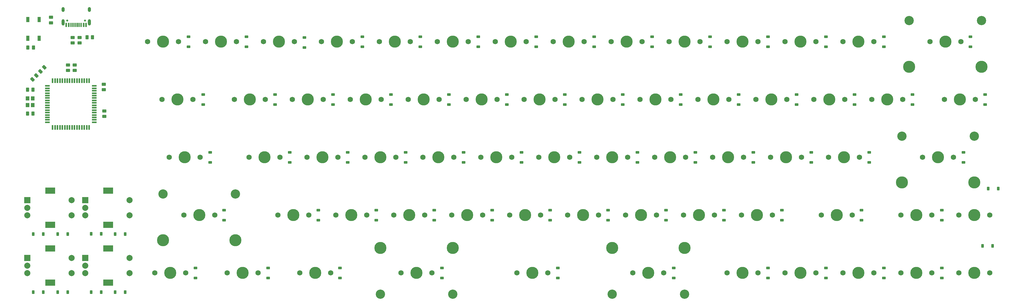
<source format=gbr>
%TF.GenerationSoftware,KiCad,Pcbnew,8.0.0*%
%TF.CreationDate,2024-11-20T19:58:16-08:00*%
%TF.ProjectId,Hampter1.3,48616d70-7465-4723-912e-332e6b696361,rev?*%
%TF.SameCoordinates,Original*%
%TF.FileFunction,Soldermask,Top*%
%TF.FilePolarity,Negative*%
%FSLAX46Y46*%
G04 Gerber Fmt 4.6, Leading zero omitted, Abs format (unit mm)*
G04 Created by KiCad (PCBNEW 8.0.0) date 2024-11-20 19:58:16*
%MOMM*%
%LPD*%
G01*
G04 APERTURE LIST*
G04 Aperture macros list*
%AMRoundRect*
0 Rectangle with rounded corners*
0 $1 Rounding radius*
0 $2 $3 $4 $5 $6 $7 $8 $9 X,Y pos of 4 corners*
0 Add a 4 corners polygon primitive as box body*
4,1,4,$2,$3,$4,$5,$6,$7,$8,$9,$2,$3,0*
0 Add four circle primitives for the rounded corners*
1,1,$1+$1,$2,$3*
1,1,$1+$1,$4,$5*
1,1,$1+$1,$6,$7*
1,1,$1+$1,$8,$9*
0 Add four rect primitives between the rounded corners*
20,1,$1+$1,$2,$3,$4,$5,0*
20,1,$1+$1,$4,$5,$6,$7,0*
20,1,$1+$1,$6,$7,$8,$9,0*
20,1,$1+$1,$8,$9,$2,$3,0*%
G04 Aperture macros list end*
%ADD10C,1.750000*%
%ADD11C,3.987800*%
%ADD12C,3.048000*%
%ADD13RoundRect,0.225000X0.225000X0.375000X-0.225000X0.375000X-0.225000X-0.375000X0.225000X-0.375000X0*%
%ADD14RoundRect,0.250000X-0.262500X-0.450000X0.262500X-0.450000X0.262500X0.450000X-0.262500X0.450000X0*%
%ADD15RoundRect,0.225000X0.375000X-0.225000X0.375000X0.225000X-0.375000X0.225000X-0.375000X-0.225000X0*%
%ADD16R,2.000000X2.000000*%
%ADD17C,2.000000*%
%ADD18R,3.200000X2.000000*%
%ADD19R,0.550000X1.500000*%
%ADD20R,1.500000X0.550000*%
%ADD21RoundRect,0.250000X0.450000X-0.262500X0.450000X0.262500X-0.450000X0.262500X-0.450000X-0.262500X0*%
%ADD22C,0.650000*%
%ADD23R,0.600000X1.450000*%
%ADD24R,0.300000X1.450000*%
%ADD25O,1.000000X2.100000*%
%ADD26O,1.000000X1.600000*%
%ADD27RoundRect,0.225000X-0.225000X-0.375000X0.225000X-0.375000X0.225000X0.375000X-0.225000X0.375000X0*%
%ADD28RoundRect,0.250000X-0.450000X0.262500X-0.450000X-0.262500X0.450000X-0.262500X0.450000X0.262500X0*%
%ADD29RoundRect,0.250000X0.262500X0.450000X-0.262500X0.450000X-0.262500X-0.450000X0.262500X-0.450000X0*%
%ADD30R,1.200000X1.400000*%
%ADD31RoundRect,0.250000X-0.132583X0.503814X-0.503814X0.132583X0.132583X-0.503814X0.503814X-0.132583X0*%
%ADD32R,1.100000X1.800000*%
G04 APERTURE END LIST*
D10*
%TO.C,SW3_7*%
X360351244Y-191773449D03*
D11*
X365431244Y-191773449D03*
D10*
X370511244Y-191773449D03*
%TD*%
D12*
%TO.C,S1*%
X208268744Y-184788449D03*
D11*
X208268744Y-200028449D03*
D12*
X232081244Y-184788449D03*
D11*
X232081244Y-200028449D03*
%TD*%
D13*
%TO.C,D72*%
X187936500Y-217170000D03*
X184636500Y-217170000D03*
%TD*%
D10*
%TO.C,SW2_1*%
X236523086Y-172722587D03*
D11*
X241603086Y-172722587D03*
D10*
X246683086Y-172722587D03*
%TD*%
%TO.C,SW0_10*%
X393700000Y-134620000D03*
D11*
X398780000Y-134620000D03*
D10*
X403860000Y-134620000D03*
%TD*%
D14*
%TO.C,C1*%
X163696544Y-158329897D03*
X165521544Y-158329897D03*
%TD*%
D15*
%TO.C,D18*%
X302260000Y-155320000D03*
X302260000Y-152020000D03*
%TD*%
D10*
%TO.C,SW3_3*%
X284151244Y-191773449D03*
D11*
X289231244Y-191773449D03*
D10*
X294311244Y-191773449D03*
%TD*%
D15*
%TO.C,D60*%
X376174000Y-212470000D03*
X376174000Y-209170000D03*
%TD*%
D10*
%TO.C,SW2_0*%
X210337400Y-172720000D03*
D11*
X215417400Y-172720000D03*
D10*
X220497400Y-172720000D03*
%TD*%
%TO.C,SW0_0*%
X203200000Y-134620000D03*
D11*
X208280000Y-134620000D03*
D10*
X213360000Y-134620000D03*
%TD*%
D13*
%TO.C,D68*%
X187937500Y-197983680D03*
X184637500Y-197983680D03*
%TD*%
D10*
%TO.C,SW1_3*%
X269862471Y-153670000D03*
D11*
X274942471Y-153670000D03*
D10*
X280022471Y-153670000D03*
%TD*%
D16*
%TO.C,SW2*%
X163692000Y-186857000D03*
D17*
X163692000Y-191857000D03*
X163692000Y-189357000D03*
D18*
X171192000Y-183757000D03*
X171192000Y-194957000D03*
D17*
X178192000Y-191857000D03*
X178192000Y-186857000D03*
%TD*%
D15*
%TO.C,D10*%
X388112000Y-136270000D03*
X388112000Y-132970000D03*
%TD*%
%TO.C,D21*%
X359410000Y-155320000D03*
X359410000Y-152020000D03*
%TD*%
D10*
%TO.C,SW2_5*%
X312723086Y-172722587D03*
D11*
X317803086Y-172722587D03*
D10*
X322883086Y-172722587D03*
%TD*%
D15*
%TO.C,D36*%
X364236000Y-174370000D03*
X364236000Y-171070000D03*
%TD*%
%TO.C,D34*%
X326136000Y-174370000D03*
X326136000Y-171070000D03*
%TD*%
D10*
%TO.C,SW2_6*%
X331773086Y-172722587D03*
D11*
X336853086Y-172722587D03*
D10*
X341933086Y-172722587D03*
%TD*%
%TO.C,SW0_9*%
X374650000Y-134620000D03*
D11*
X379730000Y-134620000D03*
D10*
X384810000Y-134620000D03*
%TD*%
%TO.C,SW2_9*%
X388923086Y-172722587D03*
D11*
X394003086Y-172722587D03*
D10*
X399083086Y-172722587D03*
%TD*%
D15*
%TO.C,D42*%
X228346000Y-193420000D03*
X228346000Y-190120000D03*
%TD*%
D10*
%TO.C,SW1_4*%
X288912471Y-153670000D03*
D11*
X293992471Y-153670000D03*
D10*
X299072471Y-153670000D03*
%TD*%
D19*
%TO.C,U1*%
X183976248Y-147488000D03*
X183176248Y-147488000D03*
X182376248Y-147488000D03*
X181576248Y-147488000D03*
X180776248Y-147488000D03*
X179976248Y-147488000D03*
X179176248Y-147488000D03*
X178376248Y-147488000D03*
X177576248Y-147488000D03*
X176776248Y-147488000D03*
X175976248Y-147488000D03*
X175176248Y-147488000D03*
X174376248Y-147488000D03*
X173576248Y-147488000D03*
X172776248Y-147488000D03*
X171976248Y-147488000D03*
D20*
X170276248Y-149188000D03*
X170276248Y-149988000D03*
X170276248Y-150788000D03*
X170276248Y-151588000D03*
X170276248Y-152388000D03*
X170276248Y-153188000D03*
X170276248Y-153988000D03*
X170276248Y-154788000D03*
X170276248Y-155588000D03*
X170276248Y-156388000D03*
X170276248Y-157188000D03*
X170276248Y-157988000D03*
X170276248Y-158788000D03*
X170276248Y-159588000D03*
X170276248Y-160388000D03*
X170276248Y-161188000D03*
D19*
X171976248Y-162888000D03*
X172776248Y-162888000D03*
X173576248Y-162888000D03*
X174376248Y-162888000D03*
X175176248Y-162888000D03*
X175976248Y-162888000D03*
X176776248Y-162888000D03*
X177576248Y-162888000D03*
X178376248Y-162888000D03*
X179176248Y-162888000D03*
X179976248Y-162888000D03*
X180776248Y-162888000D03*
X181576248Y-162888000D03*
X182376248Y-162888000D03*
X183176248Y-162888000D03*
X183976248Y-162888000D03*
D20*
X185676248Y-161188000D03*
X185676248Y-160388000D03*
X185676248Y-159588000D03*
X185676248Y-158788000D03*
X185676248Y-157988000D03*
X185676248Y-157188000D03*
X185676248Y-156388000D03*
X185676248Y-155588000D03*
X185676248Y-154788000D03*
X185676248Y-153988000D03*
X185676248Y-153188000D03*
X185676248Y-152388000D03*
X185676248Y-151588000D03*
X185676248Y-150788000D03*
X185676248Y-149988000D03*
X185676248Y-149188000D03*
%TD*%
D10*
%TO.C,SW1_9*%
X384162471Y-153670000D03*
D11*
X389242471Y-153670000D03*
D10*
X394322471Y-153670000D03*
%TD*%
%TO.C,SW3_2*%
X265101244Y-191773449D03*
D11*
X270181244Y-191773449D03*
D10*
X275261244Y-191773449D03*
%TD*%
%TO.C,SW0_4*%
X279400000Y-134620000D03*
D11*
X284480000Y-134620000D03*
D10*
X289560000Y-134620000D03*
%TD*%
%TO.C,SW4_7*%
X412750000Y-210825898D03*
D11*
X417830000Y-210825898D03*
D10*
X422910000Y-210825898D03*
%TD*%
D21*
%TO.C,C3*%
X179215453Y-144128830D03*
X179215453Y-142303830D03*
%TD*%
D15*
%TO.C,D35*%
X345186000Y-174370000D03*
X345186000Y-171070000D03*
%TD*%
D16*
%TO.C,SW5*%
X182742000Y-205907000D03*
D17*
X182742000Y-210907000D03*
X182742000Y-208407000D03*
D18*
X190242000Y-202807000D03*
X190242000Y-214007000D03*
D17*
X197242000Y-210907000D03*
X197242000Y-205907000D03*
%TD*%
D16*
%TO.C,SW3*%
X182742000Y-186857000D03*
D17*
X182742000Y-191857000D03*
X182742000Y-189357000D03*
D18*
X190242000Y-183757000D03*
X190242000Y-194957000D03*
D17*
X197242000Y-191857000D03*
X197242000Y-186857000D03*
%TD*%
D10*
%TO.C,SW2_2*%
X255573086Y-172722587D03*
D11*
X260653086Y-172722587D03*
D10*
X265733086Y-172722587D03*
%TD*%
%TO.C,SW1_8*%
X365112471Y-153670000D03*
D11*
X370192471Y-153670000D03*
D10*
X375272471Y-153670000D03*
%TD*%
D15*
%TO.C,D46*%
X316484000Y-193420000D03*
X316484000Y-190120000D03*
%TD*%
D21*
%TO.C,R3*%
X171450000Y-128420500D03*
X171450000Y-126595500D03*
%TD*%
D10*
%TO.C,SW0_1*%
X222250000Y-134620000D03*
D11*
X227330000Y-134620000D03*
D10*
X232410000Y-134620000D03*
%TD*%
D15*
%TO.C,D6*%
X311912000Y-136270000D03*
X311912000Y-132970000D03*
%TD*%
D10*
%TO.C,SW4_3*%
X286538311Y-210822449D03*
D11*
X291618311Y-210822449D03*
D10*
X296698311Y-210822449D03*
%TD*%
D22*
%TO.C,J1*%
X182595000Y-127695000D03*
X176815000Y-127695000D03*
D23*
X182955000Y-129140000D03*
X182155000Y-129140000D03*
D24*
X180955000Y-129140000D03*
X179955000Y-129140000D03*
X179455000Y-129140000D03*
X178455000Y-129140000D03*
D23*
X177255000Y-129140000D03*
X176455000Y-129140000D03*
X176455000Y-129140000D03*
X177255000Y-129140000D03*
D24*
X177955000Y-129140000D03*
X178955000Y-129140000D03*
X180455000Y-129140000D03*
X181455000Y-129140000D03*
D23*
X182155000Y-129140000D03*
X182955000Y-129140000D03*
D25*
X184025000Y-128225000D03*
D26*
X184025000Y-124045000D03*
D25*
X175385000Y-128225000D03*
D26*
X175385000Y-124045000D03*
%TD*%
D10*
%TO.C,SW1_5*%
X307962471Y-153670000D03*
D11*
X313042471Y-153670000D03*
D10*
X318122471Y-153670000D03*
%TD*%
D15*
%TO.C,D9*%
X369062000Y-136270000D03*
X369062000Y-132970000D03*
%TD*%
%TO.C,D52*%
X437896000Y-193420000D03*
X437896000Y-190120000D03*
%TD*%
%TO.C,D58*%
X299974000Y-212470000D03*
X299974000Y-209170000D03*
%TD*%
%TO.C,D1*%
X216662000Y-136270000D03*
X216662000Y-132970000D03*
%TD*%
%TO.C,D24*%
X416560000Y-155320000D03*
X416560000Y-152020000D03*
%TD*%
D10*
%TO.C,SW2_8*%
X369873086Y-172722587D03*
D11*
X374953086Y-172722587D03*
D10*
X380033086Y-172722587D03*
%TD*%
%TO.C,SW2_11*%
X427023086Y-172722587D03*
D11*
X432103086Y-172722587D03*
D10*
X437183086Y-172722587D03*
%TD*%
D15*
%TO.C,D19*%
X321310000Y-155320000D03*
X321310000Y-152020000D03*
%TD*%
%TO.C,D11*%
X407162000Y-136270000D03*
X407162000Y-132970000D03*
%TD*%
D10*
%TO.C,SW0_6*%
X317500000Y-134620000D03*
D11*
X322580000Y-134620000D03*
D10*
X327660000Y-134620000D03*
%TD*%
D13*
%TO.C,D70*%
X168887500Y-217170000D03*
X165587500Y-217170000D03*
%TD*%
D12*
%TO.C,S2*%
X451159436Y-165737587D03*
D11*
X451159436Y-180977587D03*
D12*
X474971936Y-165737587D03*
D11*
X474971936Y-180977587D03*
%TD*%
D10*
%TO.C,SW2_7*%
X350823086Y-172722587D03*
D11*
X355903086Y-172722587D03*
D10*
X360983086Y-172722587D03*
%TD*%
D15*
%TO.C,D4*%
X273812000Y-136270000D03*
X273812000Y-132970000D03*
%TD*%
%TO.C,D53*%
X464312000Y-193420000D03*
X464312000Y-190120000D03*
%TD*%
D10*
%TO.C,SW3_5*%
X322251244Y-191773449D03*
D11*
X327331244Y-191773449D03*
D10*
X332411244Y-191773449D03*
%TD*%
D15*
%TO.C,D43*%
X259334000Y-193420000D03*
X259334000Y-190120000D03*
%TD*%
%TO.C,D62*%
X426212000Y-212470000D03*
X426212000Y-209170000D03*
%TD*%
D10*
%TO.C,SW3_6*%
X341301244Y-191773449D03*
D11*
X346381244Y-191773449D03*
D10*
X351461244Y-191773449D03*
%TD*%
%TO.C,SW0_12*%
X431800000Y-134620000D03*
D11*
X436880000Y-134620000D03*
D10*
X441960000Y-134620000D03*
%TD*%
D15*
%TO.C,D27*%
X478536000Y-155320000D03*
X478536000Y-152020000D03*
%TD*%
D27*
%TO.C,D71*%
X173610000Y-217170000D03*
X176910000Y-217170000D03*
%TD*%
D15*
%TO.C,D22*%
X378460000Y-155320000D03*
X378460000Y-152020000D03*
%TD*%
D28*
%TO.C,R5*%
X180848000Y-133251500D03*
X180848000Y-135076500D03*
%TD*%
D10*
%TO.C,SW3_4*%
X303201244Y-191773449D03*
D11*
X308281244Y-191773449D03*
D10*
X313361244Y-191773449D03*
%TD*%
%TO.C,SW4_10*%
X469900000Y-210825898D03*
D11*
X474980000Y-210825898D03*
D10*
X480060000Y-210825898D03*
%TD*%
D15*
%TO.C,D57*%
X266446000Y-212470000D03*
X266446000Y-209170000D03*
%TD*%
D10*
%TO.C,SW2_3*%
X274623086Y-172722587D03*
D11*
X279703086Y-172722587D03*
D10*
X284783086Y-172722587D03*
%TD*%
D29*
%TO.C,R1*%
X165655001Y-136554000D03*
X163830001Y-136554000D03*
%TD*%
D15*
%TO.C,D2*%
X235712000Y-136270000D03*
X235712000Y-132970000D03*
%TD*%
D10*
%TO.C,SW1_10*%
X403212471Y-153670000D03*
D11*
X408292471Y-153670000D03*
D10*
X413372471Y-153670000D03*
%TD*%
%TO.C,SW1_11*%
X422262471Y-153670000D03*
D11*
X427342471Y-153670000D03*
D10*
X432422471Y-153670000D03*
%TD*%
%TO.C,SW3_11*%
X450850000Y-191770000D03*
D11*
X455930000Y-191770000D03*
D10*
X461010000Y-191770000D03*
%TD*%
D15*
%TO.C,D28*%
X473710000Y-136270000D03*
X473710000Y-132970000D03*
%TD*%
D13*
%TO.C,D65*%
X480948000Y-201930000D03*
X477648000Y-201930000D03*
%TD*%
D11*
%TO.C,S4*%
X379724562Y-202567449D03*
D12*
X379724561Y-217807449D03*
X355912061Y-217807449D03*
D11*
X355912060Y-202567449D03*
%TD*%
D30*
%TO.C,Y1*%
X165459044Y-155535897D03*
X165459044Y-153335897D03*
X163759044Y-153335897D03*
X163759044Y-155535897D03*
%TD*%
D15*
%TO.C,D38*%
X402336000Y-174370000D03*
X402336000Y-171070000D03*
%TD*%
D10*
%TO.C,SW4_5*%
X362738311Y-210822449D03*
D11*
X367818311Y-210822449D03*
D10*
X372898311Y-210822449D03*
%TD*%
D15*
%TO.C,D49*%
X373634000Y-193420000D03*
X373634000Y-190120000D03*
%TD*%
%TO.C,D20*%
X340360000Y-155320000D03*
X340360000Y-152020000D03*
%TD*%
D14*
%TO.C,R2*%
X183284000Y-133177000D03*
X185109000Y-133177000D03*
%TD*%
D15*
%TO.C,D45*%
X297434000Y-193420000D03*
X297434000Y-190120000D03*
%TD*%
%TO.C,D29*%
X223774000Y-174370000D03*
X223774000Y-171070000D03*
%TD*%
D10*
%TO.C,SW0_7*%
X336550000Y-134620000D03*
D11*
X341630000Y-134620000D03*
D10*
X346710000Y-134620000D03*
%TD*%
%TO.C,SW4_9*%
X450850000Y-210825898D03*
D11*
X455930000Y-210825898D03*
D10*
X461010000Y-210825898D03*
%TD*%
%TO.C,SW3_10*%
X424640055Y-191775173D03*
D11*
X429720055Y-191775173D03*
D10*
X434800055Y-191775173D03*
%TD*%
D15*
%TO.C,D51*%
X411734000Y-193420000D03*
X411734000Y-190120000D03*
%TD*%
D10*
%TO.C,SW3_1*%
X246051244Y-191773449D03*
D11*
X251131244Y-191773449D03*
D10*
X256211244Y-191773449D03*
%TD*%
D16*
%TO.C,SW4*%
X163692000Y-205907000D03*
D17*
X163692000Y-210907000D03*
X163692000Y-208407000D03*
D18*
X171192000Y-202807000D03*
X171192000Y-214007000D03*
D17*
X178192000Y-210907000D03*
X178192000Y-205907000D03*
%TD*%
D15*
%TO.C,D40*%
X440436000Y-174370000D03*
X440436000Y-171070000D03*
%TD*%
%TO.C,D55*%
X218948000Y-212470000D03*
X218948000Y-209170000D03*
%TD*%
%TO.C,D39*%
X421386000Y-174370000D03*
X421386000Y-171070000D03*
%TD*%
%TO.C,D44*%
X278384000Y-193420000D03*
X278384000Y-190120000D03*
%TD*%
%TO.C,D14*%
X221488000Y-155320000D03*
X221488000Y-152020000D03*
%TD*%
D10*
%TO.C,SW3_8*%
X379401244Y-191773449D03*
D11*
X384481244Y-191773449D03*
D10*
X389561244Y-191773449D03*
%TD*%
D15*
%TO.C,D47*%
X335534000Y-193420000D03*
X335534000Y-190120000D03*
%TD*%
D10*
%TO.C,SW0_11*%
X412750000Y-134620000D03*
D11*
X417830000Y-134620000D03*
D10*
X422910000Y-134620000D03*
%TD*%
D15*
%TO.C,D16*%
X264160000Y-155320000D03*
X264160000Y-152020000D03*
%TD*%
%TO.C,D33*%
X307086000Y-174370000D03*
X307086000Y-171070000D03*
%TD*%
D13*
%TO.C,D54*%
X482837090Y-183007000D03*
X479537090Y-183007000D03*
%TD*%
D15*
%TO.C,D17*%
X283210000Y-155320000D03*
X283210000Y-152020000D03*
%TD*%
%TO.C,D64*%
X464312000Y-212470000D03*
X464312000Y-209170000D03*
%TD*%
D10*
%TO.C,SW1_1*%
X231762471Y-153670000D03*
D11*
X236842471Y-153670000D03*
D10*
X241922471Y-153670000D03*
%TD*%
D31*
%TO.C,R6*%
X169256024Y-143103627D03*
X167965554Y-144394097D03*
%TD*%
D15*
%TO.C,D50*%
X392684000Y-193420000D03*
X392684000Y-190120000D03*
%TD*%
D27*
%TO.C,D73*%
X192534000Y-217170000D03*
X195834000Y-217170000D03*
%TD*%
D28*
%TO.C,C6*%
X188816365Y-148659054D03*
X188816365Y-150484054D03*
%TD*%
D10*
%TO.C,SW0_2*%
X241300000Y-134620000D03*
D11*
X246380000Y-134620000D03*
D10*
X251460000Y-134620000D03*
%TD*%
D15*
%TO.C,D30*%
X249936000Y-174370000D03*
X249936000Y-171070000D03*
%TD*%
D10*
%TO.C,SW2_4*%
X293673086Y-172722587D03*
D11*
X298753086Y-172722587D03*
D10*
X303833086Y-172722587D03*
%TD*%
%TO.C,SW4_0*%
X205576730Y-210822449D03*
D11*
X210656730Y-210822449D03*
D10*
X215736730Y-210822449D03*
%TD*%
D15*
%TO.C,D37*%
X383286000Y-174370000D03*
X383286000Y-171070000D03*
%TD*%
%TO.C,D23*%
X397510000Y-155320000D03*
X397510000Y-152020000D03*
%TD*%
D10*
%TO.C,SW4_1*%
X229388311Y-210822449D03*
D11*
X234468311Y-210822449D03*
D10*
X239548311Y-210822449D03*
%TD*%
%TO.C,SW4_2*%
X253205290Y-210822449D03*
D11*
X258285290Y-210822449D03*
D10*
X263365290Y-210822449D03*
%TD*%
%TO.C,SW3_9*%
X398451244Y-191773449D03*
D11*
X403531244Y-191773449D03*
D10*
X408611244Y-191773449D03*
%TD*%
D28*
%TO.C,R4*%
X178562000Y-133251500D03*
X178562000Y-135076500D03*
%TD*%
D15*
%TO.C,D32*%
X288036000Y-174370000D03*
X288036000Y-171070000D03*
%TD*%
D10*
%TO.C,SW1_0*%
X207962671Y-153670000D03*
D11*
X213042671Y-153670000D03*
D10*
X218122671Y-153670000D03*
%TD*%
D29*
%TO.C,C2*%
X165521544Y-150455897D03*
X163696544Y-150455897D03*
%TD*%
D15*
%TO.C,D8*%
X350012000Y-136270000D03*
X350012000Y-132970000D03*
%TD*%
D10*
%TO.C,SW2_12*%
X457985686Y-172722587D03*
D11*
X463065686Y-172722587D03*
D10*
X468145686Y-172722587D03*
%TD*%
D15*
%TO.C,D3*%
X254762000Y-136524000D03*
X254762000Y-133224000D03*
%TD*%
%TO.C,D56*%
X242824000Y-212470000D03*
X242824000Y-209170000D03*
%TD*%
D10*
%TO.C,SW4_8*%
X431800000Y-210825898D03*
D11*
X436880000Y-210825898D03*
D10*
X441960000Y-210825898D03*
%TD*%
D15*
%TO.C,D48*%
X354584000Y-193420000D03*
X354584000Y-190120000D03*
%TD*%
D10*
%TO.C,SW1_7*%
X346062471Y-153670000D03*
D11*
X351142471Y-153670000D03*
D10*
X356222471Y-153670000D03*
%TD*%
%TO.C,SW4_6*%
X393700000Y-210825898D03*
D11*
X398780000Y-210825898D03*
D10*
X403860000Y-210825898D03*
%TD*%
D12*
%TO.C,S5*%
X453548750Y-127635000D03*
D11*
X453548750Y-142875000D03*
D12*
X477361250Y-127635000D03*
D11*
X477361250Y-142875000D03*
%TD*%
D10*
%TO.C,SW3_0*%
X215094994Y-191773449D03*
D11*
X220174994Y-191773449D03*
D10*
X225254994Y-191773449D03*
%TD*%
D15*
%TO.C,D7*%
X330962000Y-136270000D03*
X330962000Y-132970000D03*
%TD*%
%TO.C,D25*%
X435610000Y-155320000D03*
X435610000Y-152020000D03*
%TD*%
D31*
%TO.C,C4*%
X166604232Y-145792279D03*
X165313762Y-147082749D03*
%TD*%
D15*
%TO.C,D5*%
X292862000Y-136270000D03*
X292862000Y-132970000D03*
%TD*%
%TO.C,D26*%
X454660000Y-155320000D03*
X454660000Y-152020000D03*
%TD*%
D10*
%TO.C,SW3_12*%
X469900000Y-191770000D03*
D11*
X474980000Y-191770000D03*
D10*
X480060000Y-191770000D03*
%TD*%
%TO.C,SW0_3*%
X260350000Y-134620000D03*
D11*
X265430000Y-134620000D03*
D10*
X270510000Y-134620000D03*
%TD*%
%TO.C,SW0_13*%
X460375000Y-134620000D03*
D11*
X465455000Y-134620000D03*
D10*
X470535000Y-134620000D03*
%TD*%
%TO.C,SW4_4*%
X324638311Y-210822449D03*
D11*
X329718311Y-210822449D03*
D10*
X334798311Y-210822449D03*
%TD*%
D27*
%TO.C,D67*%
X173610000Y-197993000D03*
X176910000Y-197993000D03*
%TD*%
D10*
%TO.C,SW1_6*%
X327012471Y-153670000D03*
D11*
X332092471Y-153670000D03*
D10*
X337172471Y-153670000D03*
%TD*%
D15*
%TO.C,D15*%
X245110000Y-155320000D03*
X245110000Y-152020000D03*
%TD*%
%TO.C,D12*%
X426212000Y-136270000D03*
X426212000Y-132970000D03*
%TD*%
D27*
%TO.C,D69*%
X192534000Y-197993000D03*
X195834000Y-197993000D03*
%TD*%
D15*
%TO.C,D13*%
X445262000Y-136270000D03*
X445262000Y-132970000D03*
%TD*%
D10*
%TO.C,SW1_12*%
X441312471Y-153670000D03*
D11*
X446392471Y-153670000D03*
D10*
X451472471Y-153670000D03*
%TD*%
D21*
%TO.C,C5*%
X177052230Y-144108072D03*
X177052230Y-142283072D03*
%TD*%
D15*
%TO.C,D59*%
X338074000Y-212470000D03*
X338074000Y-209170000D03*
%TD*%
D10*
%TO.C,SW1_2*%
X250812471Y-153670000D03*
D11*
X255892471Y-153670000D03*
D10*
X260972471Y-153670000D03*
%TD*%
D11*
%TO.C,S3*%
X303524562Y-202567449D03*
D12*
X303524561Y-217807449D03*
X279712061Y-217807449D03*
D11*
X279712060Y-202567449D03*
%TD*%
D32*
%TO.C,SW1*%
X167530002Y-127306000D03*
X167530002Y-133506000D03*
X163830000Y-127306000D03*
X163830000Y-133506000D03*
%TD*%
D10*
%TO.C,SW2_10*%
X407973086Y-172722587D03*
D11*
X413053086Y-172722587D03*
D10*
X418133086Y-172722587D03*
%TD*%
D21*
%TO.C,C7*%
X188995971Y-159284705D03*
X188995971Y-157459705D03*
%TD*%
D13*
%TO.C,D66*%
X168909000Y-197993000D03*
X165609000Y-197993000D03*
%TD*%
D10*
%TO.C,SW1_13*%
X465138149Y-153676070D03*
D11*
X470218149Y-153676070D03*
D10*
X475298149Y-153676070D03*
%TD*%
D15*
%TO.C,D31*%
X268986000Y-174370000D03*
X268986000Y-171070000D03*
%TD*%
D10*
%TO.C,SW0_5*%
X298450000Y-134620000D03*
D11*
X303530000Y-134620000D03*
D10*
X308610000Y-134620000D03*
%TD*%
%TO.C,SW0_8*%
X355600000Y-134620000D03*
D11*
X360680000Y-134620000D03*
D10*
X365760000Y-134620000D03*
%TD*%
D15*
%TO.C,D63*%
X445262000Y-212470000D03*
X445262000Y-209170000D03*
%TD*%
%TO.C,D41*%
X471424000Y-174370000D03*
X471424000Y-171070000D03*
%TD*%
%TO.C,D61*%
X407162000Y-212470000D03*
X407162000Y-209170000D03*
%TD*%
M02*

</source>
